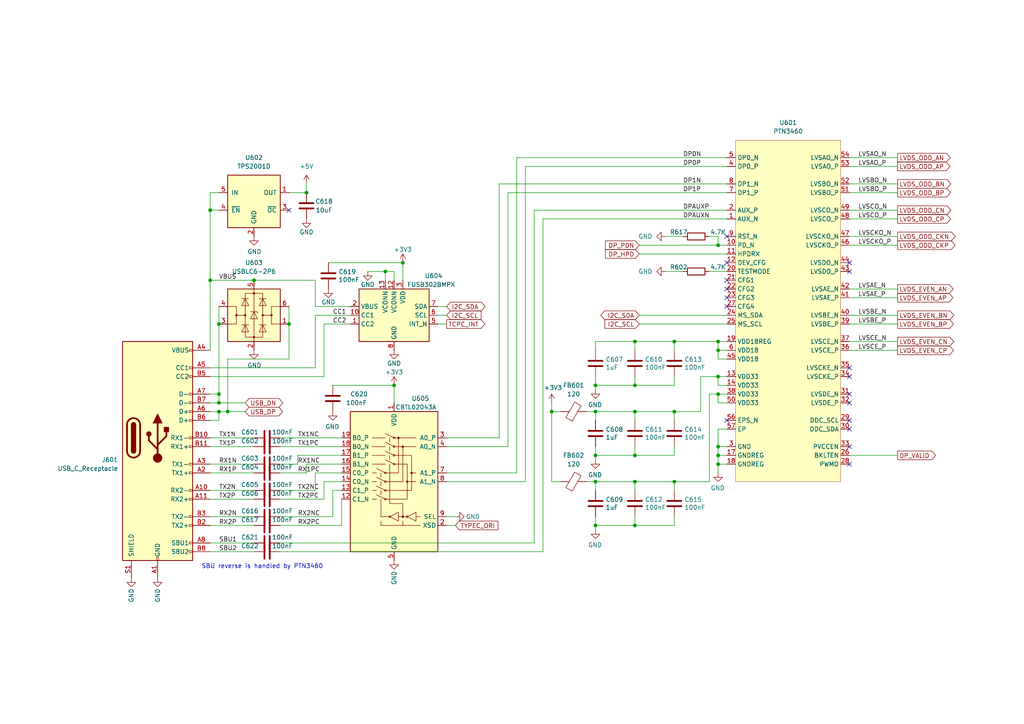
<source format=kicad_sch>
(kicad_sch (version 20211123) (generator eeschema)
  (paper "A4")
  (title_block (title "Caster EPDC") (date "2022-07-03") (rev "R0.4") (company "Copyright 2022 Modos / Engineer: Wenting Zhang"))
  (lib_symbols
    (symbol "Analog_Switch:CBTL02043A"
      (property "Reference" "U" (at -12.7 21.59 0))
      (property "Value" "CBTL02043A" (at 6.35 21.59 0))
      (symbol "CBTL02043A_0_1"
        (rectangle (start -12.7 20.32) (end 12.7 -20.32) (stroke (width 0.254)) (fill (type background)))
        (circle (center -5.08 2.54) (radius 0.254) (fill (type outline)))
        (circle (center -3.81 0) (radius 0.254) (fill (type outline)))
        (circle (center -2.54 10.16) (radius 0.254) (fill (type outline)))
        (circle (center -1.27 12.7) (radius 0.254) (fill (type outline)))
        (polyline (pts (xy -7.62 -10.16) (xy -6.35 -10.16)))
        (polyline (pts (xy -7.62 -12.7) (xy -2.54 -12.7) (xy -2.54 -11.43)))
        (polyline (pts (xy -2.54 -12.7) (xy 3.81 -12.7) (xy 3.81 -11.43)))
        (polyline (pts (xy 1.27 -10.16) (xy -1.27 -8.89) (xy -1.27 -11.43) (xy 1.27 -10.16)))
        (polyline (pts (xy 5.08 -3.81) (xy 2.54 -5.08) (xy -3.81 -5.08) (xy -3.81 0)))
        (polyline (pts (xy 5.08 -1.27) (xy 2.54 -2.54) (xy -5.08 -2.54) (xy -5.08 2.54)))
        (polyline (pts (xy 5.08 1.27) (xy 2.54 0) (xy -2.54 0) (xy -2.54 10.16)))
        (polyline (pts (xy 5.08 3.81) (xy 2.54 2.54) (xy -1.27 2.54) (xy -1.27 12.7)))
      )
      (symbol "CBTL02043A_1_1"
        (circle (center -3.81 -10.16) (radius 0.254))
        (circle (center -2.54 -10.16) (radius 0.254) (fill (type outline)))
        (polyline (pts (xy -2.54 -10.16) (xy -1.27 -10.16)))
        (polyline (pts (xy 1.27 5.08) (xy 1.27 3.81)))
        (polyline (pts (xy 1.27 7.62) (xy 1.27 6.35)))
        (polyline (pts (xy 1.27 10.16) (xy 1.27 8.89)))
        (polyline (pts (xy 1.27 12.7) (xy 1.27 11.43)))
        (polyline (pts (xy 3.81 -3.81) (xy 3.81 -2.54)))
        (polyline (pts (xy 3.81 -1.27) (xy 3.81 0)))
        (polyline (pts (xy 3.81 1.27) (xy 3.81 2.54)))
        (polyline (pts (xy 6.35 -5.08) (xy 5.08 -5.08)))
        (polyline (pts (xy 6.35 -2.54) (xy 5.08 -2.54)))
        (polyline (pts (xy 6.35 0) (xy 5.08 0)))
        (polyline (pts (xy 6.35 2.54) (xy 5.08 2.54)))
        (polyline (pts (xy 6.35 5.08) (xy 2.54 5.08)))
        (polyline (pts (xy 6.35 7.62) (xy 2.54 7.62)))
        (polyline (pts (xy 6.35 10.16) (xy 2.54 10.16)))
        (polyline (pts (xy 6.35 12.7) (xy 2.54 12.7)))
        (polyline (pts (xy -6.35 10.16) (xy 0 10.16) (xy 2.54 11.43)))
        (polyline (pts (xy -6.35 12.7) (xy 0 12.7) (xy 2.54 13.97)))
        (polyline (pts (xy 1.27 -10.16) (xy 3.81 -10.16) (xy 3.81 -5.08)))
        (polyline (pts (xy -3.81 -10.16) (xy -6.35 -8.89) (xy -6.35 -11.43) (xy -3.81 -10.16)))
        (polyline (pts (xy -6.35 0) (xy -3.81 0) (xy -3.81 5.08) (xy 0 5.08) (xy 2.54 6.35)))
        (polyline (pts (xy -6.35 2.54) (xy -5.08 2.54) (xy -5.08 7.62) (xy 0 7.62) (xy 2.54 8.89)))
        (polyline (pts (xy 1.27 3.81) (xy 1.27 -6.35) (xy -2.54 -6.35) (xy -2.54 -10.16) (xy -3.81 -10.16)))
        (circle (center 0 5.08) (radius 0.254))
        (circle (center 0 7.62) (radius 0.254))
        (circle (center 0 10.16) (radius 0.254))
        (circle (center 0 12.7) (radius 0.254))
        (circle (center 1.27 -10.16) (radius 0.254))
        (circle (center 2.54 -5.08) (radius 0.254))
        (circle (center 2.54 -2.54) (radius 0.254))
        (circle (center 2.54 0) (radius 0.254))
        (circle (center 2.54 2.54) (radius 0.254))
        (pin power_in line (at 0 22.86 270) (length 2.54) (name "VDD") (number "1"))
        (pin passive line (at 0 22.86 270) (length 2.54) hide (name "VDD") (number "10"))
        (pin passive line (at 0 -22.86 90) (length 2.54) hide (name "GND") (number "11"))
        (pin passive line (at 15.24 -5.08 180) (length 2.54) (name "C1_N") (number "12"))
        (pin passive line (at 15.24 -2.54 180) (length 2.54) (name "C1_P") (number "13"))
        (pin passive line (at 15.24 0 180) (length 2.54) (name "C0_N") (number "14"))
        (pin passive line (at 15.24 2.54 180) (length 2.54) (name "C0_P") (number "15"))
        (pin passive line (at 15.24 5.08 180) (length 2.54) (name "B1_N") (number "16"))
        (pin passive line (at 15.24 7.62 180) (length 2.54) (name "B1_P") (number "17"))
        (pin passive line (at 15.24 10.16 180) (length 2.54) (name "B0_N") (number "18"))
        (pin passive line (at 15.24 12.7 180) (length 2.54) (name "B0_P") (number "19"))
        (pin input line (at -15.24 -12.7 0) (length 2.54) (name "XSD") (number "2"))
        (pin passive line (at 0 -22.86 90) (length 2.54) hide (name "GND") (number "20"))
        (pin passive line (at 0 -22.86 90) (length 2.54) hide (name "GND") (number "21"))
        (pin passive line (at -15.24 12.7 0) (length 2.54) (name "A0_P") (number "3"))
        (pin passive line (at -15.24 10.16 0) (length 2.54) (name "A0_N") (number "4"))
        (pin power_in line (at 0 -22.86 90) (length 2.54) (name "GND") (number "5"))
        (pin passive line (at 0 22.86 270) (length 2.54) hide (name "VDD") (number "6"))
        (pin passive line (at -15.24 2.54 0) (length 2.54) (name "A1_P") (number "7"))
        (pin passive line (at -15.24 0 0) (length 2.54) (name "A1_N") (number "8"))
        (pin input line (at -15.24 -10.16 0) (length 2.54) (name "SEL") (number "9"))
      )
    )
    (symbol "Connector:USB_C_Receptacle" (pin_names (offset 1.016))
      (property "Reference" "J" (at -10.16 29.21 0))
      (property "Value" "USB_C_Receptacle" (at 10.16 29.21 0))
      (symbol "USB_C_Receptacle_0_0"
        (rectangle (start -0.254 -35.56) (end 0.254 -34.544))
        (rectangle (start 10.16 -32.766) (end 9.144 -33.274))
        (rectangle (start 10.16 -30.226) (end 9.144 -30.734))
        (rectangle (start 10.16 -25.146) (end 9.144 -25.654))
        (rectangle (start 10.16 -22.606) (end 9.144 -23.114))
        (rectangle (start 10.16 -17.526) (end 9.144 -18.034))
        (rectangle (start 10.16 -14.986) (end 9.144 -15.494))
        (rectangle (start 10.16 -9.906) (end 9.144 -10.414))
        (rectangle (start 10.16 -7.366) (end 9.144 -7.874))
        (rectangle (start 10.16 -2.286) (end 9.144 -2.794))
        (rectangle (start 10.16 0.254) (end 9.144 -0.254))
        (rectangle (start 10.16 5.334) (end 9.144 4.826))
        (rectangle (start 10.16 7.874) (end 9.144 7.366))
        (rectangle (start 10.16 10.414) (end 9.144 9.906))
        (rectangle (start 10.16 12.954) (end 9.144 12.446))
        (rectangle (start 10.16 18.034) (end 9.144 17.526))
        (rectangle (start 10.16 20.574) (end 9.144 20.066))
        (rectangle (start 10.16 25.654) (end 9.144 25.146))
      )
      (symbol "USB_C_Receptacle_0_1"
        (rectangle (start -10.16 27.94) (end 10.16 -35.56) (stroke (width 0.254)) (fill (type background)))
        (arc (start -8.89 -3.81) (mid -6.985 -5.715) (end -5.08 -3.81) (stroke (width 0.508)))
        (arc (start -7.62 -3.81) (mid -6.985 -4.445) (end -6.35 -3.81) (stroke (width 0.254)))
        (arc (start -7.62 -3.81) (mid -6.985 -4.445) (end -6.35 -3.81) (stroke (width 0.254)) (fill (type outline)))
        (rectangle (start -7.62 -3.81) (end -6.35 3.81) (stroke (width 0.254)) (fill (type outline)))
        (arc (start -6.35 3.81) (mid -6.985 4.445) (end -7.62 3.81) (stroke (width 0.254)))
        (arc (start -6.35 3.81) (mid -6.985 4.445) (end -7.62 3.81) (stroke (width 0.254)) (fill (type outline)))
        (arc (start -5.08 3.81) (mid -6.985 5.715) (end -8.89 3.81) (stroke (width 0.508)))
        (polyline (pts (xy -8.89 -3.81) (xy -8.89 3.81)) (stroke (width 0.508)))
        (polyline (pts (xy -5.08 3.81) (xy -5.08 -3.81)) (stroke (width 0.508)))
      )
      (symbol "USB_C_Receptacle_1_1"
        (circle (center -2.54 1.143) (radius 0.635) (stroke (width 0.254)) (fill (type outline)))
        (circle (center 0 -5.842) (radius 1.27) (fill (type outline)))
        (polyline (pts (xy 0 -5.842) (xy 0 4.318)) (stroke (width 0.508)))
        (polyline (pts (xy 0 -3.302) (xy -2.54 -0.762) (xy -2.54 0.508)) (stroke (width 0.508)))
        (polyline (pts (xy 0 -2.032) (xy 2.54 0.508) (xy 2.54 1.778)) (stroke (width 0.508)))
        (polyline (pts (xy -1.27 4.318) (xy 0 6.858) (xy 1.27 4.318) (xy -1.27 4.318)) (stroke (width 0.254)) (fill (type outline)))
        (rectangle (start 1.905 1.778) (end 3.175 3.048) (stroke (width 0.254)) (fill (type outline)))
        (pin passive line (at 0 -40.64 90) (length 5.08) (name "GND") (number "A1"))
        (pin bidirectional line (at 15.24 -15.24 180) (length 5.08) (name "RX2-") (number "A10"))
        (pin bidirectional line (at 15.24 -17.78 180) (length 5.08) (name "RX2+") (number "A11"))
        (pin passive line (at 0 -40.64 90) (length 5.08) hide (name "GND") (number "A12"))
        (pin bidirectional line (at 15.24 -10.16 180) (length 5.08) (name "TX1+") (number "A2"))
        (pin bidirectional line (at 15.24 -7.62 180) (length 5.08) (name "TX1-") (number "A3"))
        (pin passive line (at 15.24 25.4 180) (length 5.08) (name "VBUS") (number "A4"))
        (pin bidirectional line (at 15.24 20.32 180) (length 5.08) (name "CC1") (number "A5"))
        (pin bidirectional line (at 15.24 7.62 180) (length 5.08) (name "D+") (number "A6"))
        (pin bidirectional line (at 15.24 12.7 180) (length 5.08) (name "D-") (number "A7"))
        (pin bidirectional line (at 15.24 -30.48 180) (length 5.08) (name "SBU1") (number "A8"))
        (pin passive line (at 15.24 25.4 180) (length 5.08) hide (name "VBUS") (number "A9"))
        (pin passive line (at 0 -40.64 90) (length 5.08) hide (name "GND") (number "B1"))
        (pin bidirectional line (at 15.24 0 180) (length 5.08) (name "RX1-") (number "B10"))
        (pin bidirectional line (at 15.24 -2.54 180) (length 5.08) (name "RX1+") (number "B11"))
        (pin passive line (at 0 -40.64 90) (length 5.08) hide (name "GND") (number "B12"))
        (pin bidirectional line (at 15.24 -25.4 180) (length 5.08) (name "TX2+") (number "B2"))
        (pin bidirectional line (at 15.24 -22.86 180) (length 5.08) (name "TX2-") (number "B3"))
        (pin passive line (at 15.24 25.4 180) (length 5.08) hide (name "VBUS") (number "B4"))
        (pin bidirectional line (at 15.24 17.78 180) (length 5.08) (name "CC2") (number "B5"))
        (pin bidirectional line (at 15.24 5.08 180) (length 5.08) (name "D+") (number "B6"))
        (pin bidirectional line (at 15.24 10.16 180) (length 5.08) (name "D-") (number "B7"))
        (pin bidirectional line (at 15.24 -33.02 180) (length 5.08) (name "SBU2") (number "B8"))
        (pin passive line (at 15.24 25.4 180) (length 5.08) hide (name "VBUS") (number "B9"))
        (pin passive line (at -7.62 -40.64 90) (length 5.08) (name "SHIELD") (number "S1"))
      )
    )
    (symbol "Device:C" (pin_numbers hide) (pin_names (offset 0.254))
      (property "Reference" "C" (at 0.635 2.54 0))
      (property "Value" "C" (at 0.635 -2.54 0))
      (symbol "C_0_1"
        (polyline (pts (xy -2.032 -0.762) (xy 2.032 -0.762)) (stroke (width 0.508)))
        (polyline (pts (xy -2.032 0.762) (xy 2.032 0.762)) (stroke (width 0.508)))
      )
      (symbol "C_1_1"
        (pin passive line (at 0 3.81 270) (length 2.794) (name "~") (number "1"))
        (pin passive line (at 0 -3.81 90) (length 2.794) (name "~") (number "2"))
      )
    )
    (symbol "Device:FerriteBead" (pin_numbers hide) (pin_names (offset 0))
      (property "Reference" "FB" (at -3.81 0.635 90))
      (property "Value" "FerriteBead" (at 3.81 0 90))
      (symbol "FerriteBead_0_1"
        (polyline (pts (xy 0 -1.27) (xy 0 -1.2192)))
        (polyline (pts (xy 0 1.27) (xy 0 1.2954)))
        (polyline (pts (xy -2.7686 0.4064) (xy -1.7018 2.2606) (xy 2.7686 -0.3048) (xy 1.6764 -2.159) (xy -2.7686 0.4064)))
      )
      (symbol "FerriteBead_1_1"
        (pin passive line (at 0 3.81 270) (length 2.54) (name "~") (number "1"))
        (pin passive line (at 0 -3.81 90) (length 2.54) (name "~") (number "2"))
      )
    )
    (symbol "Device:R" (pin_numbers hide) (pin_names (offset 0))
      (property "Reference" "R" (at 2.032 0 90))
      (property "Value" "R" (at 0 0 90))
      (symbol "R_0_1"
        (rectangle (start -1.016 -2.54) (end 1.016 2.54) (stroke (width 0.254)))
      )
      (symbol "R_1_1"
        (pin passive line (at 0 3.81 270) (length 1.27) (name "~") (number "1"))
        (pin passive line (at 0 -3.81 90) (length 1.27) (name "~") (number "2"))
      )
    )
    (symbol "Interface_USB:FUSB302BMPX"
      (property "Reference" "U" (at -10.16 8.89 0))
      (property "Value" "FUSB302BMPX" (at 3.81 8.89 0))
      (symbol "FUSB302BMPX_0_1"
        (rectangle (start -10.16 7.62) (end 10.16 -7.62) (stroke (width 0.254)) (fill (type background)))
      )
      (symbol "FUSB302BMPX_1_1"
        (pin bidirectional line (at 12.7 -2.54 180) (length 2.54) (name "CC2") (number "1"))
        (pin bidirectional line (at 12.7 0 180) (length 2.54) (name "CC1") (number "10"))
        (pin bidirectional line (at 12.7 0 180) (length 2.54) hide (name "CC1") (number "11"))
        (pin power_in line (at 0 10.16 270) (length 2.54) (name "VCONN") (number "12"))
        (pin power_in line (at 2.54 10.16 270) (length 2.54) (name "VCONN") (number "13"))
        (pin bidirectional line (at 12.7 -2.54 180) (length 2.54) hide (name "CC2") (number "14"))
        (pin passive line (at 0 -10.16 90) (length 2.54) hide (name "GND") (number "15"))
        (pin input line (at 12.7 2.54 180) (length 2.54) (name "VBUS") (number "2"))
        (pin power_in line (at -2.54 10.16 270) (length 2.54) (name "VDD") (number "3"))
        (pin passive line (at -2.54 10.16 270) (length 2.54) hide (name "VDD") (number "4"))
        (pin open_collector line (at -12.7 -2.54 0) (length 2.54) (name "INT_N") (number "5"))
        (pin input line (at -12.7 0 0) (length 2.54) (name "SCL") (number "6"))
        (pin bidirectional line (at -12.7 2.54 0) (length 2.54) (name "SDA") (number "7"))
        (pin power_in line (at 0 -10.16 90) (length 2.54) (name "GND") (number "8"))
        (pin passive line (at 0 -10.16 90) (length 2.54) hide (name "GND") (number "9"))
      )
    )
    (symbol "Power_Protection:USBLC6-2P6" (pin_names hide)
      (property "Reference" "U" (at 2.54 8.89 0))
      (property "Value" "USBLC6-2P6" (at 2.54 -8.89 0))
      (symbol "USBLC6-2P6_0_1"
        (rectangle (start -7.62 -7.62) (end 7.62 7.62) (stroke (width 0.254)) (fill (type background)))
        (circle (center -5.08 0) (radius 0.254) (fill (type outline)))
        (circle (center -2.54 0) (radius 0.254) (fill (type outline)))
        (rectangle (start -2.54 6.35) (end 2.54 -6.35))
        (circle (center 0 -6.35) (radius 0.254) (fill (type outline)))
        (polyline (pts (xy -5.08 -2.54) (xy -7.62 -2.54)))
        (polyline (pts (xy -5.08 0) (xy -5.08 -2.54)))
        (polyline (pts (xy -5.08 2.54) (xy -7.62 2.54)))
        (polyline (pts (xy -1.524 -2.794) (xy -3.556 -2.794)))
        (polyline (pts (xy -1.524 4.826) (xy -3.556 4.826)))
        (polyline (pts (xy 0 -7.62) (xy 0 -6.35)))
        (polyline (pts (xy 0 -6.35) (xy 0 1.27)))
        (polyline (pts (xy 0 1.27) (xy 0 6.35)))
        (polyline (pts (xy 0 6.35) (xy 0 7.62)))
        (polyline (pts (xy 1.524 -2.794) (xy 3.556 -2.794)))
        (polyline (pts (xy 1.524 4.826) (xy 3.556 4.826)))
        (polyline (pts (xy 5.08 -2.54) (xy 7.62 -2.54)))
        (polyline (pts (xy 5.08 0) (xy 5.08 -2.54)))
        (polyline (pts (xy 5.08 2.54) (xy 7.62 2.54)))
        (polyline (pts (xy -2.54 0) (xy -5.08 0) (xy -5.08 2.54)))
        (polyline (pts (xy 2.54 0) (xy 5.08 0) (xy 5.08 2.54)))
        (polyline (pts (xy -3.556 -4.826) (xy -1.524 -4.826) (xy -2.54 -2.794) (xy -3.556 -4.826)))
        (polyline (pts (xy -3.556 2.794) (xy -1.524 2.794) (xy -2.54 4.826) (xy -3.556 2.794)))
        (polyline (pts (xy -1.016 -1.016) (xy 1.016 -1.016) (xy 0 1.016) (xy -1.016 -1.016)))
        (polyline (pts (xy 1.016 1.016) (xy 0.762 1.016) (xy -1.016 1.016) (xy -1.016 0.508)))
        (polyline (pts (xy 3.556 -4.826) (xy 1.524 -4.826) (xy 2.54 -2.794) (xy 3.556 -4.826)))
        (polyline (pts (xy 3.556 2.794) (xy 1.524 2.794) (xy 2.54 4.826) (xy 3.556 2.794)))
        (circle (center 0 6.35) (radius 0.254) (fill (type outline)))
        (circle (center 2.54 0) (radius 0.254) (fill (type outline)))
        (circle (center 5.08 0) (radius 0.254) (fill (type outline)))
      )
      (symbol "USBLC6-2P6_1_1"
        (pin passive line (at -10.16 -2.54 0) (length 2.54) (name "I/O1") (number "1"))
        (pin passive line (at 0 -10.16 90) (length 2.54) (name "GND") (number "2"))
        (pin passive line (at 10.16 -2.54 180) (length 2.54) (name "I/O2") (number "3"))
        (pin passive line (at 10.16 2.54 180) (length 2.54) (name "I/O2") (number "4"))
        (pin passive line (at 0 10.16 270) (length 2.54) (name "VBUS") (number "5"))
        (pin passive line (at -10.16 2.54 0) (length 2.54) (name "I/O1") (number "6"))
      )
    )
    (symbol "power:+3V3" (power) (pin_names (offset 0))
      (property "Value" "+3V3" (at 0 3.556 0))
      (symbol "+3V3_0_1"
        (polyline (pts (xy -0.762 1.27) (xy 0 2.54)))
        (polyline (pts (xy 0 0) (xy 0 2.54)))
        (polyline (pts (xy 0 2.54) (xy 0.762 1.27)))
      )
      (symbol "+3V3_1_1"
        (pin power_in line (at 0 0 90) (length 0) hide (name "+3V3") (number "1"))
      )
    )
    (symbol "power:+5V" (power) (pin_names (offset 0))
      (property "Value" "+5V" (at 0 3.556 0))
      (symbol "+5V_0_1"
        (polyline (pts (xy -0.762 1.27) (xy 0 2.54)))
        (polyline (pts (xy 0 0) (xy 0 2.54)))
        (polyline (pts (xy 0 2.54) (xy 0.762 1.27)))
      )
      (symbol "+5V_1_1"
        (pin power_in line (at 0 0 90) (length 0) hide (name "+5V") (number "1"))
      )
    )
    (symbol "power:GND" (power) (pin_names (offset 0))
      (property "Value" "GND" (at 0 -3.81 0))
      (symbol "GND_0_1"
        (polyline (pts (xy 0 0) (xy 0 -1.27) (xy 1.27 -1.27) (xy 0 -2.54) (xy -1.27 -1.27) (xy 0 -1.27)))
      )
      (symbol "GND_1_1"
        (pin power_in line (at 0 0 270) (length 0) hide (name "GND") (number "1"))
      )
    )
    (symbol "symbols:PTN3460"
      (property "Reference" "U" (at 0 0 0))
      (property "Value" "PTN3460" (at 0 -2.54 0))
      (symbol "PTN3460_0_1"
        (rectangle (start -15.24 -5.08) (end 15.24 -104.14) (stroke (width 0.001)) (fill (type background)))
      )
      (symbol "PTN3460_1_1"
        (pin bidirectional line (at -17.78 -27.94 0) (length 2.54) (name "AUX_N") (number "1"))
        (pin input line (at -17.78 -35.56 0) (length 2.54) (name "PD_N") (number "10"))
        (pin input line (at -17.78 -38.1 0) (length 2.54) (name "HPDRX") (number "11"))
        (pin input line (at -17.78 -40.64 0) (length 2.54) (name "DEV_CFG") (number "12"))
        (pin power_in line (at -17.78 -73.66 0) (length 2.54) (name "VDD33") (number "13"))
        (pin power_in line (at -17.78 -76.2 0) (length 2.54) (name "VDD33") (number "14"))
        (pin input line (at 0 -93.98 0) (length 2.54) hide (name "NC") (number "15"))
        (pin input line (at 0 -96.52 0) (length 2.54) hide (name "NC") (number "16"))
        (pin power_in line (at -17.78 -96.52 0) (length 2.54) (name "GNDREG") (number "17"))
        (pin power_in line (at -17.78 -99.06 0) (length 2.54) (name "GNDREG") (number "18"))
        (pin power_out line (at -17.78 -63.5 0) (length 2.54) (name "VDD18REG") (number "19"))
        (pin bidirectional line (at -17.78 -25.4 0) (length 2.54) (name "AUX_P") (number "2"))
        (pin input line (at -17.78 -43.18 0) (length 2.54) (name "TESTMODE") (number "20"))
        (pin input line (at -17.78 -45.72 0) (length 2.54) (name "CFG1") (number "21"))
        (pin input line (at -17.78 -48.26 0) (length 2.54) (name "CFG2") (number "22"))
        (pin input line (at -17.78 -50.8 0) (length 2.54) (name "CFG3") (number "23"))
        (pin input line (at -17.78 -55.88 0) (length 2.54) (name "MS_SDA") (number "24"))
        (pin input line (at -17.78 -58.42 0) (length 2.54) (name "MS_SCL") (number "25"))
        (pin output line (at 17.78 -96.52 180) (length 2.54) (name "BKLTEN") (number "26"))
        (pin input line (at -17.78 -53.34 0) (length 2.54) (name "CFG4") (number "27"))
        (pin output line (at 17.78 -99.06 180) (length 2.54) (name "PWMO") (number "28"))
        (pin open_collector line (at 17.78 -86.36 180) (length 2.54) (name "DDC_SCL") (number "29"))
        (pin power_in line (at -17.78 -93.98 0) (length 2.54) (name "GND") (number "3"))
        (pin open_collector line (at 17.78 -88.9 180) (length 2.54) (name "DDC_SDA") (number "30"))
        (pin output line (at 17.78 -78.74 180) (length 2.54) (name "LVSDE_N") (number "31"))
        (pin output line (at 17.78 -81.28 180) (length 2.54) (name "LVSDE_P") (number "32"))
        (pin output line (at 17.78 -93.98 180) (length 2.54) (name "PVCCEN") (number "33"))
        (pin output line (at 17.78 -73.66 180) (length 2.54) (name "LVSCKE_P") (number "34"))
        (pin output line (at 17.78 -71.12 180) (length 2.54) (name "LVSCKE_N") (number "35"))
        (pin output line (at 17.78 -66.04 180) (length 2.54) (name "LVSCE_P") (number "36"))
        (pin output line (at 17.78 -63.5 180) (length 2.54) (name "LVSCE_N") (number "37"))
        (pin power_in line (at -17.78 -78.74 0) (length 2.54) (name "VDD33") (number "38"))
        (pin output line (at 17.78 -58.42 180) (length 2.54) (name "LVSBE_P") (number "39"))
        (pin input line (at -17.78 -12.7 0) (length 2.54) (name "DP0_P") (number "4"))
        (pin output line (at 17.78 -55.88 180) (length 2.54) (name "LVSBE_N") (number "40"))
        (pin output line (at 17.78 -50.8 180) (length 2.54) (name "LVSAE_P") (number "41"))
        (pin output line (at 17.78 -48.26 180) (length 2.54) (name "LVSAE_N") (number "42"))
        (pin output line (at 17.78 -43.18 180) (length 2.54) (name "LVSDO_P") (number "43"))
        (pin output line (at 17.78 -40.64 180) (length 2.54) (name "LVSDO_N") (number "44"))
        (pin power_in line (at -17.78 -68.58 0) (length 2.54) (name "VDD18") (number "45"))
        (pin output line (at 17.78 -35.56 180) (length 2.54) (name "LVSCKO_P") (number "46"))
        (pin output line (at 17.78 -33.02 180) (length 2.54) (name "LVSCKO_N") (number "47"))
        (pin output line (at 17.78 -27.94 180) (length 2.54) (name "LVSCO_P") (number "48"))
        (pin output line (at 17.78 -25.4 180) (length 2.54) (name "LVSCO_N") (number "49"))
        (pin input line (at -17.78 -10.16 0) (length 2.54) (name "DP0_N") (number "5"))
        (pin power_in line (at -17.78 -81.28 0) (length 2.54) (name "VDD33") (number "50"))
        (pin output line (at 17.78 -20.32 180) (length 2.54) (name "LVSBO_P") (number "51"))
        (pin output line (at 17.78 -17.78 180) (length 2.54) (name "LVSBO_N") (number "52"))
        (pin output line (at 17.78 -12.7 180) (length 2.54) (name "LVSAO_P") (number "53"))
        (pin output line (at 17.78 -10.16 180) (length 2.54) (name "LVSAO_N") (number "54"))
        (pin input line (at 0 -99.06 0) (length 2.54) hide (name "NC") (number "55"))
        (pin input line (at -17.78 -86.36 0) (length 2.54) (name "EPS_N") (number "56"))
        (pin input line (at -17.78 -88.9 0) (length 2.54) (name "EP") (number "57"))
        (pin power_in line (at -17.78 -66.04 0) (length 2.54) (name "VDD18") (number "6"))
        (pin input line (at -17.78 -20.32 0) (length 2.54) (name "DP1_P") (number "7"))
        (pin input line (at -17.78 -17.78 0) (length 2.54) (name "DP1_N") (number "8"))
        (pin input line (at -17.78 -33.02 0) (length 2.54) (name "RST_N") (number "9"))
      )
    )
    (symbol "symbols:TPS2001D" (pin_names (offset 1.016))
      (property "Reference" "U" (at 0 10.795 0))
      (property "Value" "TPS2001D" (at 0 8.89 0))
      (symbol "TPS2001D_0_1"
        (rectangle (start -7.62 7.62) (end 7.62 -7.62) (stroke (width 0.254)) (fill (type background)))
      )
      (symbol "TPS2001D_1_1"
        (pin power_out line (at 10.16 2.54 180) (length 2.54) (name "OUT") (number "1"))
        (pin power_in line (at 0 -10.16 90) (length 2.54) (name "GND") (number "2"))
        (pin open_collector line (at 10.16 -2.54 180) (length 2.54) (name "~{OC}") (number "3"))
        (pin input line (at -10.16 -2.54 0) (length 2.54) (name "~{EN}") (number "4"))
        (pin power_in line (at -10.16 2.54 0) (length 2.54) (name "IN") (number "5"))
      )
    )
  )
  (junction (at 208.28 134.62) (diameter 0.9144))
  (junction (at 195.58 139.7) (diameter 0.9144))
  (junction (at 208.28 132.08) (diameter 0.9144))
  (junction (at 184.15 99.06) (diameter 0.9144))
  (junction (at 63.5 93.98))
  (junction (at 172.72 119.38) (diameter 0.9144))
  (junction (at 172.72 132.08) (diameter 0.9144))
  (junction (at 195.58 99.06) (diameter 0.9144))
  (junction (at 73.66 81.28))
  (junction (at 195.58 119.38) (diameter 0.9144))
  (junction (at 184.15 152.4) (diameter 0.9144))
  (junction (at 63.5 114.3))
  (junction (at 160.02 119.38) (diameter 0.9144))
  (junction (at 60.96 81.28))
  (junction (at 88.9 55.88))
  (junction (at 116.84 76.2))
  (junction (at 208.28 109.22) (diameter 0.9144))
  (junction (at 63.5 119.38))
  (junction (at 172.72 152.4) (diameter 0.9144))
  (junction (at 208.28 114.3) (diameter 0.9144))
  (junction (at 208.28 99.06) (diameter 0.9144))
  (junction (at 83.82 93.98))
  (junction (at 184.15 139.7) (diameter 0.9144))
  (junction (at 66.04 119.38))
  (junction (at 184.15 132.08) (diameter 0.9144))
  (junction (at 184.15 111.76) (diameter 0.9144))
  (junction (at 172.72 111.76) (diameter 0.9144))
  (junction (at 208.28 129.54) (diameter 0.9144))
  (junction (at 111.76 78.74))
  (junction (at 208.28 101.6) (diameter 0.9144))
  (junction (at 60.96 60.96))
  (junction (at 63.5 116.84))
  (junction (at 208.28 71.12))
  (junction (at 172.72 139.7) (diameter 0.9144))
  (junction (at 184.15 119.38) (diameter 0.9144))
  (junction (at 114.3 111.76))
  (no_connect (at 210.82 121.92))
  (no_connect (at 210.82 76.2))
  (no_connect (at 246.38 121.92))
  (no_connect (at 246.38 124.46))
  (no_connect (at 246.38 129.54))
  (no_connect (at 246.38 134.62))
  (no_connect (at 83.82 60.96))
  (no_connect (at 210.82 68.58))
  (no_connect (at 246.38 78.74))
  (no_connect (at 246.38 76.2))
  (no_connect (at 246.38 114.3))
  (no_connect (at 246.38 116.84))
  (no_connect (at 246.38 109.22))
  (no_connect (at 246.38 106.68))
  (no_connect (at 210.82 88.9))
  (no_connect (at 210.82 86.36))
  (no_connect (at 210.82 81.28))
  (no_connect (at 210.82 83.82))
  (wire (pts (xy 60.96 60.96) (xy 60.96 55.88)))
  (wire (pts (xy 172.72 99.06) (xy 172.72 101.6)))
  (wire (pts (xy 60.96 160.02) (xy 73.66 160.02)))
  (wire (pts (xy 86.36 134.62) (xy 81.28 134.62)))
  (wire (pts (xy 127 91.44) (xy 129.54 91.44)))
  (wire (pts (xy 60.96 106.68) (xy 91.44 106.68)))
  (wire (pts (xy 99.06 137.16) (xy 91.44 137.16)))
  (wire (pts (xy 96.52 111.76) (xy 114.3 111.76)))
  (wire (pts (xy 246.38 93.98) (xy 260.35 93.98)))
  (wire (pts (xy 195.58 129.54) (xy 195.58 132.08)))
  (wire (pts (xy 246.38 45.72) (xy 260.35 45.72)))
  (wire (pts (xy 208.28 116.84) (xy 210.82 116.84)))
  (wire (pts (xy 210.82 111.76) (xy 208.28 111.76)))
  (wire (pts (xy 205.74 68.58) (xy 208.28 68.58)))
  (wire (pts (xy 60.96 114.3) (xy 63.5 114.3)))
  (wire (pts (xy 205.74 139.7) (xy 205.74 114.3)))
  (wire (pts (xy 91.44 91.44) (xy 101.6 91.44)))
  (wire (pts (xy 172.72 111.76) (xy 172.72 113.03)))
  (wire (pts (xy 60.96 142.24) (xy 73.66 142.24)))
  (wire (pts (xy 208.28 101.6) (xy 208.28 99.06)))
  (wire (pts (xy 208.28 99.06) (xy 210.82 99.06)))
  (wire (pts (xy 208.28 114.3) (xy 210.82 114.3)))
  (wire (pts (xy 195.58 109.22) (xy 195.58 111.76)))
  (wire (pts (xy 129.54 139.7) (xy 152.4 139.7)))
  (wire (pts (xy 86.36 132.08) (xy 86.36 134.62)))
  (wire (pts (xy 246.38 68.58) (xy 260.35 68.58)))
  (wire (pts (xy 147.32 55.88) (xy 147.32 129.54)))
  (wire (pts (xy 184.15 109.22) (xy 184.15 111.76)))
  (wire (pts (xy 63.5 119.38) (xy 66.04 119.38)))
  (wire (pts (xy 193.04 78.74) (xy 198.12 78.74)))
  (wire (pts (xy 208.28 111.76) (xy 208.28 109.22)))
  (wire (pts (xy 88.9 55.88) (xy 88.9 53.34)))
  (wire (pts (xy 60.96 81.28) (xy 60.96 101.6)))
  (wire (pts (xy 154.94 60.96) (xy 154.94 157.48)))
  (wire (pts (xy 184.15 139.7) (xy 184.15 142.24)))
  (wire (pts (xy 81.28 157.48) (xy 154.94 157.48)))
  (wire (pts (xy 144.78 53.34) (xy 144.78 127)))
  (wire (pts (xy 63.5 116.84) (xy 63.5 114.3)))
  (wire (pts (xy 60.96 129.54) (xy 73.66 129.54)))
  (wire (pts (xy 185.42 93.98) (xy 210.82 93.98)))
  (wire (pts (xy 208.28 132.08) (xy 208.28 134.62)))
  (wire (pts (xy 195.58 99.06) (xy 208.28 99.06)))
  (wire (pts (xy 63.5 116.84) (xy 71.12 116.84)))
  (wire (pts (xy 184.15 99.06) (xy 184.15 101.6)))
  (wire (pts (xy 246.38 101.6) (xy 260.35 101.6)))
  (wire (pts (xy 114.3 111.76) (xy 114.3 116.84)))
  (wire (pts (xy 160.02 139.7) (xy 162.56 139.7)))
  (wire (pts (xy 246.38 132.08) (xy 260.35 132.08)))
  (wire (pts (xy 60.96 144.78) (xy 73.66 144.78)))
  (wire (pts (xy 246.38 83.82) (xy 260.35 83.82)))
  (wire (pts (xy 208.28 68.58) (xy 208.28 71.12)))
  (wire (pts (xy 205.74 78.74) (xy 210.82 78.74)))
  (wire (pts (xy 86.36 132.08) (xy 99.06 132.08)))
  (wire (pts (xy 184.15 152.4) (xy 195.58 152.4)))
  (wire (pts (xy 60.96 81.28) (xy 73.66 81.28)))
  (wire (pts (xy 208.28 104.14) (xy 208.28 101.6)))
  (wire (pts (xy 99.06 139.7) (xy 93.98 139.7)))
  (wire (pts (xy 129.54 127) (xy 144.78 127)))
  (wire (pts (xy 184.15 119.38) (xy 172.72 119.38)))
  (wire (pts (xy 172.72 152.4) (xy 172.72 153.67)))
  (wire (pts (xy 127 88.9) (xy 129.54 88.9)))
  (wire (pts (xy 114.3 78.74) (xy 114.3 81.28)))
  (wire (pts (xy 129.54 149.86) (xy 132.08 149.86)))
  (wire (pts (xy 195.58 149.86) (xy 195.58 152.4)))
  (wire (pts (xy 60.96 55.88) (xy 63.5 55.88)))
  (wire (pts (xy 81.28 144.78) (xy 93.98 144.78)))
  (wire (pts (xy 127 93.98) (xy 129.54 93.98)))
  (wire (pts (xy 91.44 137.16) (xy 91.44 142.24)))
  (wire (pts (xy 63.5 93.98) (xy 63.5 88.9)))
  (wire (pts (xy 91.44 88.9) (xy 91.44 81.28)))
  (wire (pts (xy 195.58 139.7) (xy 195.58 142.24)))
  (wire (pts (xy 208.28 132.08) (xy 210.82 132.08)))
  (wire (pts (xy 195.58 139.7) (xy 205.74 139.7)))
  (wire (pts (xy 184.15 149.86) (xy 184.15 152.4)))
  (wire (pts (xy 205.74 114.3) (xy 208.28 114.3)))
  (wire (pts (xy 195.58 119.38) (xy 195.58 121.92)))
  (wire (pts (xy 208.28 101.6) (xy 210.82 101.6)))
  (wire (pts (xy 93.98 139.7) (xy 93.98 144.78)))
  (wire (pts (xy 195.58 119.38) (xy 203.2 119.38)))
  (wire (pts (xy 129.54 137.16) (xy 149.86 137.16)))
  (wire (pts (xy 116.84 76.2) (xy 116.84 81.28)))
  (wire (pts (xy 246.38 71.12) (xy 260.35 71.12)))
  (wire (pts (xy 111.76 78.74) (xy 114.3 78.74)))
  (wire (pts (xy 66.04 119.38) (xy 71.12 119.38)))
  (wire (pts (xy 60.96 149.86) (xy 73.66 149.86)))
  (wire (pts (xy 184.15 139.7) (xy 172.72 139.7)))
  (wire (pts (xy 99.06 134.62) (xy 88.9 134.62)))
  (wire (pts (xy 88.9 134.62) (xy 88.9 137.16)))
  (wire (pts (xy 170.18 119.38) (xy 172.72 119.38)))
  (wire (pts (xy 101.6 88.9) (xy 91.44 88.9)))
  (wire (pts (xy 152.4 48.26) (xy 210.82 48.26)))
  (wire (pts (xy 160.02 119.38) (xy 162.56 119.38)))
  (wire (pts (xy 208.28 129.54) (xy 208.28 132.08)))
  (wire (pts (xy 91.44 91.44) (xy 91.44 106.68)))
  (wire (pts (xy 208.28 134.62) (xy 208.28 137.16)))
  (wire (pts (xy 81.28 137.16) (xy 88.9 137.16)))
  (wire (pts (xy 99.06 142.24) (xy 96.52 142.24)))
  (wire (pts (xy 129.54 129.54) (xy 147.32 129.54)))
  (wire (pts (xy 246.38 63.5) (xy 260.35 63.5)))
  (wire (pts (xy 172.72 119.38) (xy 172.72 121.92)))
  (wire (pts (xy 184.15 129.54) (xy 184.15 132.08)))
  (wire (pts (xy 60.96 134.62) (xy 73.66 134.62)))
  (wire (pts (xy 81.28 149.86) (xy 96.52 149.86)))
  (wire (pts (xy 246.38 53.34) (xy 260.35 53.34)))
  (wire (pts (xy 96.52 142.24) (xy 96.52 149.86)))
  (wire (pts (xy 185.42 71.12) (xy 208.28 71.12)))
  (wire (pts (xy 170.18 139.7) (xy 172.72 139.7)))
  (wire (pts (xy 208.28 71.12) (xy 210.82 71.12)))
  (wire (pts (xy 83.82 55.88) (xy 88.9 55.88)))
  (wire (pts (xy 184.15 99.06) (xy 172.72 99.06)))
  (wire (pts (xy 246.38 86.36) (xy 260.35 86.36)))
  (wire (pts (xy 208.28 129.54) (xy 210.82 129.54)))
  (wire (pts (xy 160.02 116.84) (xy 160.02 119.38)))
  (wire (pts (xy 83.82 93.98) (xy 83.82 104.14)))
  (wire (pts (xy 81.28 160.02) (xy 157.48 160.02)))
  (wire (pts (xy 210.82 104.14) (xy 208.28 104.14)))
  (wire (pts (xy 81.28 129.54) (xy 99.06 129.54)))
  (wire (pts (xy 195.58 119.38) (xy 184.15 119.38)))
  (wire (pts (xy 246.38 48.26) (xy 260.35 48.26)))
  (wire (pts (xy 203.2 109.22) (xy 208.28 109.22)))
  (wire (pts (xy 184.15 111.76) (xy 195.58 111.76)))
  (wire (pts (xy 66.04 104.14) (xy 66.04 119.38)))
  (wire (pts (xy 184.15 132.08) (xy 172.72 132.08)))
  (wire (pts (xy 93.98 93.98) (xy 93.98 109.22)))
  (wire (pts (xy 81.28 152.4) (xy 99.06 152.4)))
  (wire (pts (xy 81.28 127) (xy 99.06 127)))
  (wire (pts (xy 147.32 55.88) (xy 210.82 55.88)))
  (wire (pts (xy 60.96 127) (xy 73.66 127)))
  (wire (pts (xy 129.54 152.4) (xy 132.08 152.4)))
  (wire (pts (xy 208.28 134.62) (xy 210.82 134.62)))
  (wire (pts (xy 246.38 99.06) (xy 260.35 99.06)))
  (wire (pts (xy 152.4 48.26) (xy 152.4 139.7)))
  (wire (pts (xy 149.86 45.72) (xy 210.82 45.72)))
  (wire (pts (xy 246.38 55.88) (xy 260.35 55.88)))
  (wire (pts (xy 63.5 114.3) (xy 63.5 93.98)))
  (wire (pts (xy 172.72 129.54) (xy 172.72 132.08)))
  (wire (pts (xy 95.25 76.2) (xy 116.84 76.2)))
  (wire (pts (xy 106.68 78.74) (xy 111.76 78.74)))
  (wire (pts (xy 193.04 68.58) (xy 198.12 68.58)))
  (wire (pts (xy 208.28 109.22) (xy 210.82 109.22)))
  (wire (pts (xy 172.72 149.86) (xy 172.72 152.4)))
  (wire (pts (xy 63.5 121.92) (xy 63.5 119.38)))
  (wire (pts (xy 172.72 109.22) (xy 172.72 111.76)))
  (wire (pts (xy 195.58 99.06) (xy 195.58 101.6)))
  (wire (pts (xy 149.86 45.72) (xy 149.86 137.16)))
  (wire (pts (xy 195.58 99.06) (xy 184.15 99.06)))
  (wire (pts (xy 60.96 121.92) (xy 63.5 121.92)))
  (wire (pts (xy 93.98 93.98) (xy 101.6 93.98)))
  (wire (pts (xy 246.38 60.96) (xy 260.35 60.96)))
  (wire (pts (xy 208.28 124.46) (xy 208.28 129.54)))
  (wire (pts (xy 154.94 60.96) (xy 210.82 60.96)))
  (wire (pts (xy 172.72 132.08) (xy 172.72 133.35)))
  (wire (pts (xy 157.48 63.5) (xy 157.48 160.02)))
  (wire (pts (xy 99.06 144.78) (xy 99.06 152.4)))
  (wire (pts (xy 60.96 137.16) (xy 73.66 137.16)))
  (wire (pts (xy 83.82 93.98) (xy 83.82 88.9)))
  (wire (pts (xy 60.96 109.22) (xy 93.98 109.22)))
  (wire (pts (xy 185.42 91.44) (xy 210.82 91.44)))
  (wire (pts (xy 60.96 157.48) (xy 73.66 157.48)))
  (wire (pts (xy 60.96 81.28) (xy 60.96 60.96)))
  (wire (pts (xy 172.72 139.7) (xy 172.72 142.24)))
  (wire (pts (xy 184.15 152.4) (xy 172.72 152.4)))
  (wire (pts (xy 83.82 104.14) (xy 66.04 104.14)))
  (wire (pts (xy 184.15 111.76) (xy 172.72 111.76)))
  (wire (pts (xy 203.2 109.22) (xy 203.2 119.38)))
  (wire (pts (xy 185.42 73.66) (xy 210.82 73.66)))
  (wire (pts (xy 157.48 63.5) (xy 210.82 63.5)))
  (wire (pts (xy 246.38 91.44) (xy 260.35 91.44)))
  (wire (pts (xy 210.82 124.46) (xy 208.28 124.46)))
  (wire (pts (xy 160.02 119.38) (xy 160.02 139.7)))
  (wire (pts (xy 60.96 152.4) (xy 73.66 152.4)))
  (wire (pts (xy 184.15 132.08) (xy 195.58 132.08)))
  (wire (pts (xy 60.96 60.96) (xy 63.5 60.96)))
  (wire (pts (xy 144.78 53.34) (xy 210.82 53.34)))
  (wire (pts (xy 208.28 116.84) (xy 208.28 114.3)))
  (wire (pts (xy 60.96 116.84) (xy 63.5 116.84)))
  (wire (pts (xy 91.44 81.28) (xy 73.66 81.28)))
  (wire (pts (xy 195.58 139.7) (xy 184.15 139.7)))
  (wire (pts (xy 60.96 119.38) (xy 63.5 119.38)))
  (wire (pts (xy 111.76 81.28) (xy 111.76 78.74)))
  (wire (pts (xy 81.28 142.24) (xy 91.44 142.24)))
  (wire (pts (xy 184.15 119.38) (xy 184.15 121.92)))
  (text "SBU reverse is handled by PTN3460" (at 58.42 165.1 0) (effects (font (size 1.27 1.27)) (justify left bottom)))
  (label "RX2P" (at 63.5 152.4 0))
  (label "DP0N" (at 198.12 45.72 0))
  (label "LVSBO_N" (at 248.92 53.34 0))
  (label "DP1N" (at 198.12 53.34 0))
  (label "TX2NC" (at 86.36 142.24 0))
  (label "RX2NC" (at 86.36 149.86 0))
  (label "TX1NC" (at 86.36 127 0))
  (label "TX2N" (at 63.5 142.24 0))
  (label "RX1PC" (at 86.36 137.16 0))
  (label "LVSBO_P" (at 248.92 55.88 0))
  (label "CC2" (at 96.52 93.98 0))
  (label "LVSBE_N" (at 248.92 91.44 0))
  (label "LVSBE_P" (at 248.92 93.98 0))
  (label "LVSAE_P" (at 248.92 86.36 0))
  (label "SBU1" (at 63.5 157.48 0))
  (label "TX1PC" (at 86.36 129.54 0))
  (label "LVSCE_P" (at 248.92 101.6 0))
  (label "TX1P" (at 63.5 129.54 0))
  (label "LVSAO_N" (at 248.92 45.72 0))
  (label "LVSAE_N" (at 248.92 83.82 0))
  (label "LVSCKO_P" (at 248.92 71.12 0))
  (label "DPAUXN" (at 198.12 63.5 0))
  (label "RX1P" (at 63.5 137.16 0))
  (label "LVSCKO_N" (at 248.92 68.58 0))
  (label "RX2PC" (at 86.36 152.4 0))
  (label "RX2N" (at 63.5 149.86 0))
  (label "SBU2" (at 63.5 160.02 0))
  (label "LVSCE_N" (at 248.92 99.06 0))
  (label "DP0P" (at 198.12 48.26 0))
  (label "LVSCO_P" (at 248.92 63.5 0))
  (label "TX1N" (at 63.5 127 0))
  (label "RX1NC" (at 86.36 134.62 0))
  (label "DPAUXP" (at 198.12 60.96 0))
  (label "DP1P" (at 198.12 55.88 0))
  (label "TX2PC" (at 86.36 144.78 0))
  (label "RX1N" (at 63.5 134.62 0))
  (label "LVSCO_N" (at 248.92 60.96 0))
  (label "CC1" (at 96.52 91.44 0))
  (label "TX2P" (at 63.5 144.78 0))
  (label "LVSAO_P" (at 248.92 48.26 0))
  (label "VBUS" (at 63.5 81.28 0))
  (global_label "DP_PDN" (shape input) (at 185.42 71.12 180) (property "Intersheet References" "${INTERSHEET_REFS}" (effects hide)))
  (global_label "I2C_SDA" (shape bidirectional) (at 185.42 91.44 180) (property "Intersheet References" "${INTERSHEET_REFS}" (effects hide)))
  (global_label "USB_DN" (shape bidirectional) (at 71.12 116.84 0) (property "Intersheet References" "${INTERSHEET_REFS}" (effects hide)))
  (global_label "LVDS_ODD_BN" (shape output) (at 260.35 53.34 0) (property "Intersheet References" "${INTERSHEET_REFS}" (effects hide)))
  (global_label "LVDS_EVEN_AN" (shape output) (at 260.35 83.82 0) (property "Intersheet References" "${INTERSHEET_REFS}" (effects hide)))
  (global_label "TYPEC_ORI" (shape input) (at 132.08 152.4 0) (property "Intersheet References" "${INTERSHEET_REFS}" (effects hide)))
  (global_label "LVDS_ODD_CP" (shape output) (at 260.35 63.5 0) (property "Intersheet References" "${INTERSHEET_REFS}" (effects hide)))
  (global_label "USB_DP" (shape bidirectional) (at 71.12 119.38 0) (property "Intersheet References" "${INTERSHEET_REFS}" (effects hide)))
  (global_label "LVDS_EVEN_BP" (shape output) (at 260.35 93.98 0) (property "Intersheet References" "${INTERSHEET_REFS}" (effects hide)))
  (global_label "LVDS_EVEN_CN" (shape output) (at 260.35 99.06 0) (property "Intersheet References" "${INTERSHEET_REFS}" (effects hide)))
  (global_label "DP_HPD" (shape input) (at 185.42 73.66 180) (property "Intersheet References" "${INTERSHEET_REFS}" (effects hide)))
  (global_label "LVDS_ODD_AN" (shape output) (at 260.35 45.72 0) (property "Intersheet References" "${INTERSHEET_REFS}" (effects hide)))
  (global_label "I2C_SCL" (shape input) (at 185.42 93.98 180) (property "Intersheet References" "${INTERSHEET_REFS}" (effects hide)))
  (global_label "LVDS_ODD_CKP" (shape output) (at 260.35 71.12 0) (property "Intersheet References" "${INTERSHEET_REFS}" (effects hide)))
  (global_label "I2C_SCL" (shape input) (at 129.54 91.44 0) (property "Intersheet References" "${INTERSHEET_REFS}" (effects hide)))
  (global_label "LVDS_EVEN_CP" (shape output) (at 260.35 101.6 0) (property "Intersheet References" "${INTERSHEET_REFS}" (effects hide)))
  (global_label "LVDS_ODD_BP" (shape output) (at 260.35 55.88 0) (property "Intersheet References" "${INTERSHEET_REFS}" (effects hide)))
  (global_label "LVDS_ODD_AP" (shape output) (at 260.35 48.26 0) (property "Intersheet References" "${INTERSHEET_REFS}" (effects hide)))
  (global_label "LVDS_EVEN_BN" (shape output) (at 260.35 91.44 0) (property "Intersheet References" "${INTERSHEET_REFS}" (effects hide)))
  (global_label "I2C_SDA" (shape bidirectional) (at 129.54 88.9 0) (property "Intersheet References" "${INTERSHEET_REFS}" (effects hide)))
  (global_label "LVDS_ODD_CN" (shape output) (at 260.35 60.96 0) (property "Intersheet References" "${INTERSHEET_REFS}" (effects hide)))
  (global_label "DP_VALID" (shape output) (at 260.35 132.08 0) (property "Intersheet References" "${INTERSHEET_REFS}" (effects hide)))
  (global_label "LVDS_ODD_CKN" (shape output) (at 260.35 68.58 0) (property "Intersheet References" "${INTERSHEET_REFS}" (effects hide)))
  (global_label "LVDS_EVEN_AP" (shape output) (at 260.35 86.36 0) (property "Intersheet References" "${INTERSHEET_REFS}" (effects hide)))
  (global_label "TCPC_INT" (shape output) (at 129.54 93.98 0) (property "Intersheet References" "${INTERSHEET_REFS}" (effects hide)))
  (symbol (lib_id "power:GND") (at 114.3 101.6 0) (mirror y) (unit 1)
    (property "Reference" "#PWR0154" (effects hide))
    (property "Value" "GND" (at 114.3 105.41 0))
  )
  (symbol (lib_id "Interface_USB:FUSB302BMPX") (at 114.3 91.44 0) (mirror y) (unit 1)
    (property "Reference" "U604" (at 123.19 80.01 0) (effects (justify right)))
    (property "Value" "FUSB302BMPX" (at 118.11 82.55 0) (effects (justify right)))
    (property "Footprint" "Package_DFN_QFN:WQFN-14-1EP_2.5x2.5mm_P0.5mm_EP1.45x1.45mm" (effects hide))
    (property "Datasheet" "http://www.onsemi.com/pub/Collateral/FUSB302B-D.PDF" (effects hide))
  )
  (symbol (lib_id "Device:C") (at 77.47 144.78 90) (unit 1)
    (property "Reference" "C606" (at 75.0316 143.129 90) (effects (justify left)))
    (property "Value" "100nF" (at 84.963 143.129 90) (effects (justify left)))
    (property "Footprint" "Capacitor_SMD:C_0402_1005Metric" (effects hide))
  )
  (symbol (lib_id "power:GND") (at 106.68 78.74 0) (mirror y) (unit 1)
    (property "Reference" "#PWR0124" (effects hide))
    (property "Value" "GND" (at 106.68 82.55 0))
  )
  (symbol (lib_id "Device:FerriteBead") (at 166.37 139.7 90) (unit 1)
    (property "Reference" "FB602" (at 166.37 132.08 90))
    (property "Value" "120" (at 166.37 134.62 90))
    (property "Footprint" "Inductor_SMD:L_0603_1608Metric" (effects hide))
  )
  (symbol (lib_id "Device:R") (at 201.93 68.58 90) (unit 1)
    (property "Reference" "R617" (at 196.85 67.31 90))
    (property "Value" "4.7K" (at 208.28 67.31 90))
    (property "Footprint" "Resistor_SMD:R_0402_1005Metric" (effects hide))
  )
  (symbol (lib_id "Device:C") (at 77.47 137.16 90) (unit 1)
    (property "Reference" "C604" (at 75.0316 135.509 90) (effects (justify left)))
    (property "Value" "100nF" (at 84.963 135.509 90) (effects (justify left)))
    (property "Footprint" "Capacitor_SMD:C_0402_1005Metric" (effects hide))
  )
  (symbol (lib_id "Device:C") (at 77.47 134.62 90) (unit 1)
    (property "Reference" "C603" (at 75.0316 132.969 90) (effects (justify left)))
    (property "Value" "100nF" (at 84.963 132.969 90) (effects (justify left)))
    (property "Footprint" "Capacitor_SMD:C_0402_1005Metric" (effects hide))
  )
  (symbol (lib_id "power:GND") (at 193.04 68.58 270) (unit 1)
    (property "Reference" "#PWR0157" (effects hide))
    (property "Value" "GND" (at 189.23 68.58 90) (effects (justify right)))
  )
  (symbol (lib_id "Device:C") (at 184.15 105.41 0) (unit 1)
    (property "Reference" "C610" (at 187.071 104.2416 0) (effects (justify left)))
    (property "Value" "100nF" (at 187.071 106.553 0) (effects (justify left)))
    (property "Footprint" "Capacitor_SMD:C_0402_1005Metric" (effects hide))
  )
  (symbol (lib_id "power:GND") (at 73.66 68.58 0) (unit 1)
    (property "Reference" "#PWR0132" (effects hide))
    (property "Value" "GND" (at 73.787 72.9742 0))
  )
  (symbol (lib_id "Connector:USB_C_Receptacle") (at 45.72 127 0) (unit 1)
    (property "Reference" "J601" (at 34.29 133.35 0) (effects (justify right)))
    (property "Value" "USB_C_Receptacle" (at 34.29 135.89 0) (effects (justify right)))
    (property "Footprint" "Connector_USB:USB_C_Receptacle_Amphenol_12401548E4-2A" (effects hide))
    (property "Datasheet" "https://www.usb.org/sites/default/files/documents/usb_type-c.zip" (effects hide))
  )
  (symbol (lib_id "symbols:TPS2001D") (at 73.66 58.42 0) (unit 1)
    (property "Reference" "U602" (at 73.66 45.72 0))
    (property "Value" "TPS2001D" (at 73.66 48.26 0))
    (property "Footprint" "Package_TO_SOT_SMD:SOT-23-5" (effects hide))
    (property "Datasheet" "http://www.ti.com/lit/ds/symlink/tps2041.pdf" (effects hide))
  )
  (symbol (lib_id "Device:C") (at 77.47 157.48 90) (unit 1)
    (property "Reference" "C621" (at 75.0316 155.829 90) (effects (justify left)))
    (property "Value" "100nF" (at 84.963 155.829 90) (effects (justify left)))
    (property "Footprint" "Capacitor_SMD:C_0402_1005Metric" (effects hide))
  )
  (symbol (lib_id "power:GND") (at 95.25 83.82 0) (mirror y) (unit 1)
    (property "Reference" "#PWR0153" (effects hide))
    (property "Value" "GND" (at 95.25 87.63 0))
  )
  (symbol (lib_id "Device:C") (at 88.9 59.69 0) (mirror x) (unit 1)
    (property "Reference" "C618" (at 93.98 58.42 0))
    (property "Value" "10uF" (at 93.98 60.96 0))
    (property "Footprint" "Capacitor_SMD:C_0603_1608Metric" (effects hide))
    (property "LCSC" "C105490" (effects hide))
    (property "Ref.Price" "0.0165" (effects hide))
  )
  (symbol (lib_id "Device:C") (at 77.47 149.86 90) (unit 1)
    (property "Reference" "C616" (at 75.0316 148.209 90) (effects (justify left)))
    (property "Value" "100nF" (at 84.963 148.209 90) (effects (justify left)))
    (property "Footprint" "Capacitor_SMD:C_0402_1005Metric" (effects hide))
  )
  (symbol (lib_id "Device:C") (at 95.25 80.01 0) (unit 1)
    (property "Reference" "C619" (at 98.171 78.842 0) (effects (justify left)))
    (property "Value" "100nF" (at 98.171 81.153 0) (effects (justify left)))
    (property "Footprint" "Capacitor_SMD:C_0402_1005Metric" (effects hide))
  )
  (symbol (lib_id "Device:C") (at 77.47 160.02 90) (unit 1)
    (property "Reference" "C622" (at 75.0316 158.369 90) (effects (justify left)))
    (property "Value" "100nF" (at 84.963 158.369 90) (effects (justify left)))
    (property "Footprint" "Capacitor_SMD:C_0402_1005Metric" (effects hide))
  )
  (symbol (lib_id "power:+3V3") (at 114.3 111.76 0) (unit 1)
    (property "Reference" "#PWR0156" (effects hide))
    (property "Value" "+3V3" (at 114.3 107.95 0))
  )
  (symbol (lib_id "Device:C") (at 195.58 125.73 0) (unit 1)
    (property "Reference" "C614" (at 198.501 124.5616 0) (effects (justify left)))
    (property "Value" "100nF" (at 198.501 126.873 0) (effects (justify left)))
    (property "Footprint" "Capacitor_SMD:C_0402_1005Metric" (effects hide))
  )
  (symbol (lib_id "power:GND") (at 96.52 119.38 0) (mirror y) (unit 1)
    (property "Reference" "#PWR0155" (effects hide))
    (property "Value" "GND" (at 96.393 123.7742 0))
  )
  (symbol (lib_id "Device:C") (at 96.52 115.57 0) (unit 1)
    (property "Reference" "C620" (at 101.6 114.3 0) (effects (justify left)))
    (property "Value" "100nF" (at 100.33 116.84 0) (effects (justify left)))
    (property "Footprint" "Capacitor_SMD:C_0402_1005Metric" (effects hide))
  )
  (symbol (lib_id "power:GND") (at 193.04 78.74 270) (unit 1)
    (property "Reference" "#PWR0608" (effects hide))
    (property "Value" "GND" (at 189.23 78.74 90) (effects (justify right)))
  )
  (symbol (lib_id "Device:C") (at 184.15 125.73 0) (unit 1)
    (property "Reference" "C611" (at 187.071 124.5616 0) (effects (justify left)))
    (property "Value" "100nF" (at 187.071 126.873 0) (effects (justify left)))
    (property "Footprint" "Capacitor_SMD:C_0402_1005Metric" (effects hide))
  )
  (symbol (lib_id "power:GND") (at 172.72 153.67 0) (mirror y) (unit 1)
    (property "Reference" "#PWR0607" (effects hide))
    (property "Value" "GND" (at 172.593 158.0642 0))
  )
  (symbol (lib_id "power:GND") (at 114.3 162.56 0) (unit 1)
    (property "Reference" "#PWR0151" (effects hide))
    (property "Value" "GND" (at 114.3 167.64 90))
  )
  (symbol (lib_id "Device:C") (at 77.47 127 90) (unit 1)
    (property "Reference" "C601" (at 75.0316 125.349 90) (effects (justify left)))
    (property "Value" "100nF" (at 84.963 125.349 90) (effects (justify left)))
    (property "Footprint" "Capacitor_SMD:C_0402_1005Metric" (effects hide))
  )
  (symbol (lib_id "Device:C") (at 195.58 146.05 0) (unit 1)
    (property "Reference" "C615" (at 198.501 144.8816 0) (effects (justify left)))
    (property "Value" "100nF" (at 198.501 147.193 0) (effects (justify left)))
    (property "Footprint" "Capacitor_SMD:C_0402_1005Metric" (effects hide))
  )
  (symbol (lib_id "Device:C") (at 77.47 152.4 90) (unit 1)
    (property "Reference" "C617" (at 75.0316 150.749 90) (effects (justify left)))
    (property "Value" "100nF" (at 84.963 150.749 90) (effects (justify left)))
    (property "Footprint" "Capacitor_SMD:C_0402_1005Metric" (effects hide))
  )
  (symbol (lib_id "Analog_Switch:CBTL02043A") (at 114.3 139.7 0) (mirror y) (unit 1)
    (property "Reference" "U605" (at 121.92 115.57 0))
    (property "Value" "CBTL02043A" (at 120.65 118.11 0))
    (property "Footprint" "Package_DFN_QFN:WQFN-20-1EP_2.5x4.5mm_P0.5mm_EP1x2.9mm" (effects hide))
    (property "Datasheet" "https://www.nxp.com/docs/en/data-sheet/CBTL02043A_CBTL02043B.pdf" (effects hide))
  )
  (symbol (lib_id "power:GND") (at 132.08 149.86 90) (mirror x) (unit 1)
    (property "Reference" "#PWR0140" (effects hide))
    (property "Value" "GND" (at 137.16 149.86 90))
  )
  (symbol (lib_id "Device:C") (at 172.72 105.41 0) (unit 1)
    (property "Reference" "C607" (at 175.641 104.2416 0) (effects (justify left)))
    (property "Value" "1uF" (at 175.641 106.553 0) (effects (justify left)))
    (property "Footprint" "Capacitor_SMD:C_0402_1005Metric" (effects hide))
  )
  (symbol (lib_id "Power_Protection:USBLC6-2P6") (at 73.66 91.44 0) (mirror y) (unit 1)
    (property "Reference" "U603" (at 73.66 76.2 0))
    (property "Value" "USBLC6-2P6" (at 73.66 78.74 0))
    (property "Footprint" "Package_TO_SOT_SMD:SOT-666" (effects hide))
    (property "Datasheet" "https://www.st.com/resource/en/datasheet/usblc6-2.pdf" (effects hide))
  )
  (symbol (lib_id "power:GND") (at 88.9 63.5 0) (mirror y) (unit 1)
    (property "Reference" "#PWR0134" (effects hide))
    (property "Value" "GND" (at 88.9 67.31 0))
  )
  (symbol (lib_id "Device:C") (at 77.47 142.24 90) (unit 1)
    (property "Reference" "C605" (at 75.0316 140.589 90) (effects (justify left)))
    (property "Value" "100nF" (at 84.963 140.589 90) (effects (justify left)))
    (property "Footprint" "Capacitor_SMD:C_0402_1005Metric" (effects hide))
  )
  (symbol (lib_id "symbols:PTN3460") (at 228.6 35.56 0) (unit 1)
    (property "Reference" "U601" (at 228.6 35.56 0))
    (property "Value" "PTN3460" (at 228.6 38.1 0))
    (property "Footprint" "Package_DFN_QFN:QFN-56-1EP_7x7mm_P0.4mm_EP5.6x5.6mm" (effects hide))
    (property "Datasheet" "https://www.nxp.com/docs/en/data-sheet/PTN3460.pdf" (effects hide))
  )
  (symbol (lib_id "Device:C") (at 77.47 129.54 90) (unit 1)
    (property "Reference" "C602" (at 75.0316 127.889 90) (effects (justify left)))
    (property "Value" "100nF" (at 84.963 127.889 90) (effects (justify left)))
    (property "Footprint" "Capacitor_SMD:C_0402_1005Metric" (effects hide))
  )
  (symbol (lib_id "power:GND") (at 45.72 167.64 0) (unit 1)
    (property "Reference" "#PWR0141" (effects hide))
    (property "Value" "GND" (at 45.72 172.72 90))
  )
  (symbol (lib_id "power:+5V") (at 88.9 53.34 0) (unit 1)
    (property "Reference" "#PWR0135" (effects hide))
    (property "Value" "+5V" (at 88.9 48.26 0))
  )
  (symbol (lib_id "Device:C") (at 184.15 146.05 0) (unit 1)
    (property "Reference" "C612" (at 187.071 144.8816 0) (effects (justify left)))
    (property "Value" "100nF" (at 187.071 147.193 0) (effects (justify left)))
    (property "Footprint" "Capacitor_SMD:C_0402_1005Metric" (effects hide))
  )
  (symbol (lib_id "Device:C") (at 172.72 125.73 0) (unit 1)
    (property "Reference" "C608" (at 175.641 124.5616 0) (effects (justify left)))
    (property "Value" "1uF" (at 175.641 126.873 0) (effects (justify left)))
    (property "Footprint" "Capacitor_SMD:C_0402_1005Metric" (effects hide))
  )
  (symbol (lib_id "power:GND") (at 73.66 101.6 0) (unit 1)
    (property "Reference" "#PWR0136" (effects hide))
    (property "Value" "GND" (at 73.787 105.9942 0))
  )
  (symbol (lib_id "power:GND") (at 38.1 167.64 0) (unit 1)
    (property "Reference" "#PWR0147" (effects hide))
    (property "Value" "GND" (at 38.1 172.72 90))
  )
  (symbol (lib_id "Device:FerriteBead") (at 166.37 119.38 90) (unit 1)
    (property "Reference" "FB601" (at 166.37 111.76 90))
    (property "Value" "120" (at 166.37 114.3 90))
    (property "Footprint" "Inductor_SMD:L_0603_1608Metric" (effects hide))
  )
  (symbol (lib_id "power:+3V3") (at 116.84 76.2 0) (mirror y) (unit 1)
    (property "Reference" "#PWR0152" (effects hide))
    (property "Value" "+3V3" (at 116.84 72.39 0))
  )
  (symbol (lib_id "power:GND") (at 172.72 113.03 0) (mirror y) (unit 1)
    (property "Reference" "#PWR0605" (effects hide))
    (property "Value" "GND" (at 172.593 117.4242 0))
  )
  (symbol (lib_id "power:+3V3") (at 160.02 116.84 0) (unit 1)
    (property "Reference" "#PWR0604" (effects hide))
    (property "Value" "+3V3" (at 160.401 112.4458 0))
  )
  (symbol (lib_id "power:GND") (at 208.28 137.16 0) (mirror y) (unit 1)
    (property "Reference" "#PWR0610" (effects hide))
    (property "Value" "GND" (at 208.153 141.5542 0))
  )
  (symbol (lib_id "Device:C") (at 195.58 105.41 0) (unit 1)
    (property "Reference" "C613" (at 198.501 104.2416 0) (effects (justify left)))
    (property "Value" "100nF" (at 198.501 106.553 0) (effects (justify left)))
    (property "Footprint" "Capacitor_SMD:C_0402_1005Metric" (effects hide))
  )
  (symbol (lib_id "Device:C") (at 172.72 146.05 0) (unit 1)
    (property "Reference" "C609" (at 175.641 144.8816 0) (effects (justify left)))
    (property "Value" "1uF" (at 175.641 147.193 0) (effects (justify left)))
    (property "Footprint" "Capacitor_SMD:C_0402_1005Metric" (effects hide))
  )
  (symbol (lib_id "power:GND") (at 172.72 133.35 0) (mirror y) (unit 1)
    (property "Reference" "#PWR0606" (effects hide))
    (property "Value" "GND" (at 172.593 137.7442 0))
  )
  (symbol (lib_id "Device:R") (at 201.93 78.74 90) (unit 1)
    (property "Reference" "R602" (at 196.85 77.47 90))
    (property "Value" "4.7K" (at 208.28 77.47 90))
    (property "Footprint" "Resistor_SMD:R_0402_1005Metric" (effects hide))
  )
)
</source>
